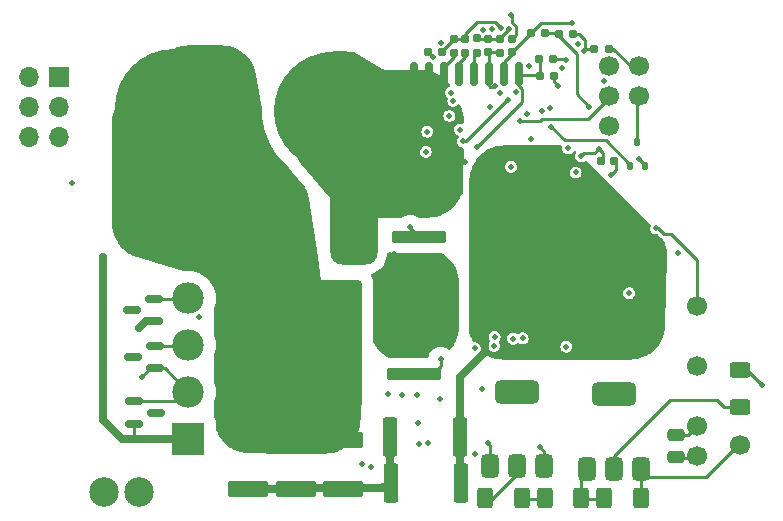
<source format=gtl>
G04 #@! TF.GenerationSoftware,KiCad,Pcbnew,8.0.0*
G04 #@! TF.CreationDate,2024-04-27T08:46:39-07:00*
G04 #@! TF.ProjectId,module controller,6d6f6475-6c65-4206-936f-6e74726f6c6c,rev?*
G04 #@! TF.SameCoordinates,Original*
G04 #@! TF.FileFunction,Copper,L1,Top*
G04 #@! TF.FilePolarity,Positive*
%FSLAX46Y46*%
G04 Gerber Fmt 4.6, Leading zero omitted, Abs format (unit mm)*
G04 Created by KiCad (PCBNEW 8.0.0) date 2024-04-27 08:46:39*
%MOMM*%
%LPD*%
G01*
G04 APERTURE LIST*
G04 Aperture macros list*
%AMRoundRect*
0 Rectangle with rounded corners*
0 $1 Rounding radius*
0 $2 $3 $4 $5 $6 $7 $8 $9 X,Y pos of 4 corners*
0 Add a 4 corners polygon primitive as box body*
4,1,4,$2,$3,$4,$5,$6,$7,$8,$9,$2,$3,0*
0 Add four circle primitives for the rounded corners*
1,1,$1+$1,$2,$3*
1,1,$1+$1,$4,$5*
1,1,$1+$1,$6,$7*
1,1,$1+$1,$8,$9*
0 Add four rect primitives between the rounded corners*
20,1,$1+$1,$2,$3,$4,$5,0*
20,1,$1+$1,$4,$5,$6,$7,0*
20,1,$1+$1,$6,$7,$8,$9,0*
20,1,$1+$1,$8,$9,$2,$3,0*%
G04 Aperture macros list end*
G04 #@! TA.AperFunction,SMDPad,CuDef*
%ADD10RoundRect,0.150000X0.587500X0.150000X-0.587500X0.150000X-0.587500X-0.150000X0.587500X-0.150000X0*%
G04 #@! TD*
G04 #@! TA.AperFunction,SMDPad,CuDef*
%ADD11RoundRect,0.155000X-0.155000X0.212500X-0.155000X-0.212500X0.155000X-0.212500X0.155000X0.212500X0*%
G04 #@! TD*
G04 #@! TA.AperFunction,ComponentPad*
%ADD12C,1.700000*%
G04 #@! TD*
G04 #@! TA.AperFunction,SMDPad,CuDef*
%ADD13RoundRect,0.250000X0.475000X-0.250000X0.475000X0.250000X-0.475000X0.250000X-0.475000X-0.250000X0*%
G04 #@! TD*
G04 #@! TA.AperFunction,SMDPad,CuDef*
%ADD14RoundRect,0.160000X0.160000X-0.197500X0.160000X0.197500X-0.160000X0.197500X-0.160000X-0.197500X0*%
G04 #@! TD*
G04 #@! TA.AperFunction,SMDPad,CuDef*
%ADD15RoundRect,0.150000X-0.587500X-0.150000X0.587500X-0.150000X0.587500X0.150000X-0.587500X0.150000X0*%
G04 #@! TD*
G04 #@! TA.AperFunction,ComponentPad*
%ADD16C,10.000000*%
G04 #@! TD*
G04 #@! TA.AperFunction,SMDPad,CuDef*
%ADD17RoundRect,0.250000X-0.362500X-1.425000X0.362500X-1.425000X0.362500X1.425000X-0.362500X1.425000X0*%
G04 #@! TD*
G04 #@! TA.AperFunction,SMDPad,CuDef*
%ADD18RoundRect,0.250000X-2.050000X-0.300000X2.050000X-0.300000X2.050000X0.300000X-2.050000X0.300000X0*%
G04 #@! TD*
G04 #@! TA.AperFunction,SMDPad,CuDef*
%ADD19RoundRect,0.250000X-2.025000X-2.375000X2.025000X-2.375000X2.025000X2.375000X-2.025000X2.375000X0*%
G04 #@! TD*
G04 #@! TA.AperFunction,SMDPad,CuDef*
%ADD20RoundRect,0.250002X-4.449998X-5.149998X4.449998X-5.149998X4.449998X5.149998X-4.449998X5.149998X0*%
G04 #@! TD*
G04 #@! TA.AperFunction,SMDPad,CuDef*
%ADD21RoundRect,0.250000X-0.625000X0.400000X-0.625000X-0.400000X0.625000X-0.400000X0.625000X0.400000X0*%
G04 #@! TD*
G04 #@! TA.AperFunction,SMDPad,CuDef*
%ADD22RoundRect,0.150000X0.150000X-0.875000X0.150000X0.875000X-0.150000X0.875000X-0.150000X-0.875000X0*%
G04 #@! TD*
G04 #@! TA.AperFunction,SMDPad,CuDef*
%ADD23RoundRect,0.160000X-0.160000X0.197500X-0.160000X-0.197500X0.160000X-0.197500X0.160000X0.197500X0*%
G04 #@! TD*
G04 #@! TA.AperFunction,SMDPad,CuDef*
%ADD24RoundRect,0.249999X1.450001X-0.450001X1.450001X0.450001X-1.450001X0.450001X-1.450001X-0.450001X0*%
G04 #@! TD*
G04 #@! TA.AperFunction,SMDPad,CuDef*
%ADD25RoundRect,0.250000X0.400000X0.625000X-0.400000X0.625000X-0.400000X-0.625000X0.400000X-0.625000X0*%
G04 #@! TD*
G04 #@! TA.AperFunction,SMDPad,CuDef*
%ADD26RoundRect,0.375000X0.375000X-0.625000X0.375000X0.625000X-0.375000X0.625000X-0.375000X-0.625000X0*%
G04 #@! TD*
G04 #@! TA.AperFunction,SMDPad,CuDef*
%ADD27RoundRect,0.500000X1.400000X-0.500000X1.400000X0.500000X-1.400000X0.500000X-1.400000X-0.500000X0*%
G04 #@! TD*
G04 #@! TA.AperFunction,SMDPad,CuDef*
%ADD28RoundRect,0.155000X0.155000X-0.212500X0.155000X0.212500X-0.155000X0.212500X-0.155000X-0.212500X0*%
G04 #@! TD*
G04 #@! TA.AperFunction,ComponentPad*
%ADD29C,2.500000*%
G04 #@! TD*
G04 #@! TA.AperFunction,SMDPad,CuDef*
%ADD30RoundRect,0.160000X0.197500X0.160000X-0.197500X0.160000X-0.197500X-0.160000X0.197500X-0.160000X0*%
G04 #@! TD*
G04 #@! TA.AperFunction,SMDPad,CuDef*
%ADD31RoundRect,0.112500X-0.112500X-0.237500X0.112500X-0.237500X0.112500X0.237500X-0.112500X0.237500X0*%
G04 #@! TD*
G04 #@! TA.AperFunction,SMDPad,CuDef*
%ADD32RoundRect,0.155000X-0.212500X-0.155000X0.212500X-0.155000X0.212500X0.155000X-0.212500X0.155000X0*%
G04 #@! TD*
G04 #@! TA.AperFunction,SMDPad,CuDef*
%ADD33RoundRect,0.250000X2.050000X0.300000X-2.050000X0.300000X-2.050000X-0.300000X2.050000X-0.300000X0*%
G04 #@! TD*
G04 #@! TA.AperFunction,SMDPad,CuDef*
%ADD34RoundRect,0.250000X2.025000X2.375000X-2.025000X2.375000X-2.025000X-2.375000X2.025000X-2.375000X0*%
G04 #@! TD*
G04 #@! TA.AperFunction,SMDPad,CuDef*
%ADD35RoundRect,0.250002X4.449998X5.149998X-4.449998X5.149998X-4.449998X-5.149998X4.449998X-5.149998X0*%
G04 #@! TD*
G04 #@! TA.AperFunction,SMDPad,CuDef*
%ADD36RoundRect,0.160000X-0.197500X-0.160000X0.197500X-0.160000X0.197500X0.160000X-0.197500X0.160000X0*%
G04 #@! TD*
G04 #@! TA.AperFunction,SMDPad,CuDef*
%ADD37RoundRect,1.000000X-1.000000X-2.600000X1.000000X-2.600000X1.000000X2.600000X-1.000000X2.600000X0*%
G04 #@! TD*
G04 #@! TA.AperFunction,ComponentPad*
%ADD38R,2.667000X2.667000*%
G04 #@! TD*
G04 #@! TA.AperFunction,ComponentPad*
%ADD39C,2.667000*%
G04 #@! TD*
G04 #@! TA.AperFunction,ComponentPad*
%ADD40R,1.700000X1.700000*%
G04 #@! TD*
G04 #@! TA.AperFunction,ComponentPad*
%ADD41O,1.700000X1.700000*%
G04 #@! TD*
G04 #@! TA.AperFunction,ViaPad*
%ADD42C,0.500000*%
G04 #@! TD*
G04 #@! TA.AperFunction,Conductor*
%ADD43C,0.254000*%
G04 #@! TD*
G04 #@! TA.AperFunction,Conductor*
%ADD44C,0.635000*%
G04 #@! TD*
G04 APERTURE END LIST*
D10*
X102567500Y-60042500D03*
X102567500Y-58142500D03*
X100692500Y-59092500D03*
D11*
X127980000Y-36172500D03*
X127980000Y-37307500D03*
D12*
X152200000Y-70500000D03*
D13*
X146790000Y-71560000D03*
X146790000Y-69660000D03*
D12*
X143660000Y-41010000D03*
D14*
X131850000Y-37317500D03*
X131850000Y-36122500D03*
D15*
X100852500Y-66837500D03*
X100852500Y-68737500D03*
X102727500Y-67787500D03*
D12*
X141120000Y-41010000D03*
D16*
X117750000Y-42250000D03*
D10*
X102647500Y-64032500D03*
X102647500Y-62132500D03*
X100772500Y-63082500D03*
D17*
X122547500Y-69860000D03*
X128472500Y-69860000D03*
D18*
X125040000Y-52910000D03*
D19*
X131765000Y-52675000D03*
X131765000Y-58225000D03*
D20*
X134190000Y-55450000D03*
D19*
X136615000Y-52675000D03*
X136615000Y-58225000D03*
D18*
X125040000Y-57990000D03*
D21*
X152220000Y-64180000D03*
X152220000Y-67280000D03*
D22*
X124610000Y-48430000D03*
X125880000Y-48430000D03*
X127150000Y-48430000D03*
X128420000Y-48430000D03*
X129690000Y-48430000D03*
X130960000Y-48430000D03*
X132230000Y-48430000D03*
X133500000Y-48430000D03*
X133500000Y-39130000D03*
X132230000Y-39130000D03*
X130960000Y-39130000D03*
X129690000Y-39130000D03*
X128420000Y-39130000D03*
X127150000Y-39130000D03*
X125880000Y-39130000D03*
X124610000Y-39130000D03*
D23*
X129930000Y-36102500D03*
X129930000Y-37297500D03*
D24*
X118610000Y-74230000D03*
X118610000Y-70130000D03*
D23*
X128920000Y-36112500D03*
X128920000Y-37307500D03*
D17*
X122627500Y-73730000D03*
X128552500Y-73730000D03*
D25*
X133730000Y-75000000D03*
X130630000Y-75000000D03*
D26*
X131027501Y-72320000D03*
X133327501Y-72320000D03*
X135627501Y-72320000D03*
D27*
X133327501Y-66020000D03*
D28*
X132890000Y-37277500D03*
X132890000Y-36142500D03*
D26*
X139220000Y-72530000D03*
X141520000Y-72530000D03*
X143820000Y-72530000D03*
D27*
X141520000Y-66230000D03*
D29*
X101330000Y-74520000D03*
X98330000Y-74520000D03*
D30*
X141067500Y-36980000D03*
X139872500Y-36980000D03*
D24*
X110560000Y-74240000D03*
X110560000Y-70140000D03*
D31*
X142860000Y-46900000D03*
X144160000Y-46900000D03*
X143510000Y-44900000D03*
D11*
X130890000Y-36152500D03*
X130890000Y-37287500D03*
D24*
X114590000Y-74240000D03*
X114590000Y-70140000D03*
D25*
X143820000Y-75030000D03*
X140720000Y-75030000D03*
D16*
X104250000Y-42000000D03*
D25*
X138760000Y-74990000D03*
X135660000Y-74990000D03*
D12*
X143660000Y-38470000D03*
D30*
X136367500Y-37870000D03*
X135172500Y-37870000D03*
D12*
X141120000Y-38470000D03*
D32*
X140422500Y-46510000D03*
X141557500Y-46510000D03*
D33*
X124560000Y-64500000D03*
D34*
X117835000Y-64735000D03*
X117835000Y-59185000D03*
D35*
X115410000Y-61960000D03*
D34*
X112985000Y-64735000D03*
X112985000Y-59185000D03*
D33*
X124560000Y-59420000D03*
D36*
X135232500Y-39280000D03*
X136427500Y-39280000D03*
X134532500Y-35680000D03*
X135727500Y-35680000D03*
D12*
X141130000Y-43550000D03*
D36*
X136882500Y-35710000D03*
X138077500Y-35710000D03*
D37*
X109020000Y-51680000D03*
X119520000Y-51680000D03*
D36*
X125802500Y-37270000D03*
X126997500Y-37270000D03*
D38*
X105500000Y-70000000D03*
D39*
X105500000Y-66038000D03*
X105500000Y-62075000D03*
X105500000Y-58113000D03*
D12*
X148558200Y-71480000D03*
X148558200Y-68940000D03*
X148558200Y-63860000D03*
X148558200Y-58780000D03*
D40*
X94512500Y-39395000D03*
D41*
X91972500Y-39395000D03*
X94512500Y-41935000D03*
X91972500Y-41935000D03*
X94512500Y-44475000D03*
X91972500Y-44475000D03*
D42*
X134350000Y-38430000D03*
X126235080Y-37668317D03*
X143610000Y-46290000D03*
X138969345Y-37127899D03*
X138282291Y-47449290D03*
X146920000Y-54230000D03*
X126828356Y-66638357D03*
X128950000Y-46590000D03*
X134481399Y-44581399D03*
X127400682Y-41972071D03*
X120924994Y-72425006D03*
X141277042Y-47684083D03*
X122419706Y-66206322D03*
X125450000Y-50990000D03*
X135250000Y-70720000D03*
X131413512Y-61369454D03*
X132832504Y-34102937D03*
X129730000Y-71260000D03*
X136810000Y-40110000D03*
X131454000Y-40148391D03*
X131387330Y-62119000D03*
X126844336Y-36492162D03*
X120220656Y-72167313D03*
X130900000Y-70380000D03*
X137933614Y-34801408D03*
X145080002Y-52190002D03*
X122882735Y-54382735D03*
X98290000Y-54570000D03*
X95630000Y-48310000D03*
X106430000Y-59720000D03*
X101560000Y-64740000D03*
X101350000Y-60600000D03*
X138753000Y-46072235D03*
X140241644Y-45428356D03*
X130330000Y-65800000D03*
X130459187Y-35398859D03*
X134175294Y-42480000D03*
X131175011Y-35298681D03*
X127730000Y-40700000D03*
X137156874Y-38567383D03*
X133800000Y-61492000D03*
X128497000Y-43823000D03*
X129752330Y-62327670D03*
X138440244Y-36585782D03*
X142810000Y-57660000D03*
X139450000Y-41895517D03*
X124999999Y-70436713D03*
X135428209Y-42258929D03*
X136126825Y-41986092D03*
X125761080Y-70317684D03*
X133000000Y-61520000D03*
X132820000Y-46970000D03*
X133549895Y-43097426D03*
X123593450Y-66264454D03*
X127595410Y-42666874D03*
X124959603Y-68646292D03*
X131000000Y-41927616D03*
X126860000Y-63250000D03*
X124273000Y-52070000D03*
X136217850Y-43557000D03*
X154030000Y-65400000D03*
X137645031Y-45410282D03*
X137469383Y-37902089D03*
X132655318Y-35329530D03*
X133191866Y-40593584D03*
X131927691Y-35235358D03*
X131913000Y-40692725D03*
X127925688Y-41391024D03*
X124888628Y-66328085D03*
X125730000Y-43990000D03*
X125580000Y-45710000D03*
X128728919Y-44824839D03*
X132540000Y-41280000D03*
X137500000Y-62200000D03*
X140667086Y-39688555D03*
X129946000Y-45296528D03*
D43*
X135627501Y-71097501D02*
X135250000Y-70720000D01*
X131402391Y-40200000D02*
X131454000Y-40148391D01*
X144210000Y-46910000D02*
X143610000Y-46310000D01*
X126235080Y-37668317D02*
X126200817Y-37668317D01*
X139067244Y-36227963D02*
X139067244Y-37030000D01*
X132890000Y-34160433D02*
X132890000Y-34748210D01*
X132832504Y-34102937D02*
X132890000Y-34160433D01*
X138077500Y-35710000D02*
X138549281Y-35710000D01*
X139117244Y-36980000D02*
X138969345Y-37127899D01*
X141737500Y-47223625D02*
X141737500Y-46660000D01*
X133232318Y-35090528D02*
X133232318Y-35800182D01*
X127980000Y-37675000D02*
X127150000Y-38505000D01*
X130960000Y-39130000D02*
X130960000Y-37357500D01*
X139067244Y-37030000D02*
X138969345Y-37127899D01*
X130890000Y-37287500D02*
X131820000Y-37287500D01*
X138549281Y-35710000D02*
X139067244Y-36227963D01*
X131020000Y-40200000D02*
X131402391Y-40200000D01*
X136427500Y-39727500D02*
X136810000Y-40110000D01*
X126200817Y-37668317D02*
X125802500Y-37270000D01*
X130960000Y-40140000D02*
X131020000Y-40200000D01*
X143610000Y-46310000D02*
X143610000Y-46290000D01*
X124760000Y-49260000D02*
X117750000Y-42250000D01*
X130960000Y-39130000D02*
X130960000Y-40140000D01*
X127980000Y-37307500D02*
X127980000Y-37675000D01*
X135627501Y-72320000D02*
X135627501Y-71097501D01*
X133232318Y-35800182D02*
X132890000Y-36142500D01*
X141277042Y-47684083D02*
X141737500Y-47223625D01*
X136357500Y-39210000D02*
X136427500Y-39280000D01*
X139872500Y-36980000D02*
X139117244Y-36980000D01*
X132890000Y-34748210D02*
X133232318Y-35090528D01*
X127965000Y-49260000D02*
X124760000Y-49260000D01*
X136427500Y-39280000D02*
X136427500Y-39727500D01*
X145760000Y-52670000D02*
X146370000Y-52670000D01*
X145080002Y-52190002D02*
X145280002Y-52190002D01*
X131027501Y-72320000D02*
X131027501Y-70507501D01*
X145280002Y-52190002D02*
X145760000Y-52670000D01*
X135366092Y-34801408D02*
X132890000Y-37277500D01*
X146370000Y-52670000D02*
X148558200Y-54858200D01*
X132230000Y-38105001D02*
X132890000Y-37445001D01*
X137933614Y-34801408D02*
X135366092Y-34801408D01*
X132230000Y-39130000D02*
X132230000Y-38105001D01*
X148558200Y-54858200D02*
X148558200Y-58780000D01*
X131027501Y-70507501D02*
X130900000Y-70380000D01*
X124560000Y-59420000D02*
X124560000Y-58470000D01*
X122900000Y-54400000D02*
X122882735Y-54382735D01*
X122900000Y-55972500D02*
X122900000Y-54400000D01*
X124560000Y-58470000D02*
X125040000Y-57990000D01*
X125040000Y-58112500D02*
X122900000Y-55972500D01*
D44*
X98290000Y-54570000D02*
X98290000Y-68380000D01*
D43*
X100852500Y-68737500D02*
X100852500Y-69912500D01*
X100940000Y-70000000D02*
X105500000Y-70000000D01*
D44*
X98290000Y-68380000D02*
X99910000Y-70000000D01*
D43*
X146400000Y-71610000D02*
X148428200Y-71610000D01*
X100852500Y-69912500D02*
X100940000Y-70000000D01*
D44*
X99910000Y-70000000D02*
X105500000Y-70000000D01*
D43*
X144547000Y-73257000D02*
X149294258Y-73257000D01*
X143830000Y-75100000D02*
X143830000Y-72540000D01*
X143820000Y-72530000D02*
X144547000Y-73257000D01*
X149294258Y-73257000D02*
X152051258Y-70500000D01*
X103494500Y-64032500D02*
X105500000Y-66038000D01*
D44*
X102567500Y-60042500D02*
X101907500Y-60042500D01*
D43*
X147788200Y-69710000D02*
X148558200Y-68940000D01*
X100852500Y-66837500D02*
X104700500Y-66837500D01*
X102647500Y-64032500D02*
X103494500Y-64032500D01*
D44*
X101907500Y-60042500D02*
X101350000Y-60600000D01*
D43*
X102267500Y-64032500D02*
X101560000Y-64740000D01*
X146400000Y-69710000D02*
X147788200Y-69710000D01*
X140602500Y-45789212D02*
X140241644Y-45428356D01*
X140241644Y-45428356D02*
X139870000Y-45800000D01*
X139025235Y-45800000D02*
X138753000Y-46072235D01*
X140602500Y-46660000D02*
X140602500Y-45789212D01*
X139870000Y-45800000D02*
X139025235Y-45800000D01*
X138360927Y-37410927D02*
X136630000Y-35680000D01*
X138360927Y-40806444D02*
X138360927Y-37410927D01*
X136630000Y-35680000D02*
X135727500Y-35680000D01*
X139450000Y-41895517D02*
X138360927Y-40806444D01*
X141120000Y-41112229D02*
X139302229Y-42930000D01*
X139302229Y-42930000D02*
X135416712Y-42930000D01*
X133559469Y-43107000D02*
X133549895Y-43097426D01*
X135239712Y-43107000D02*
X133559469Y-43107000D01*
X135416712Y-42930000D02*
X135239712Y-43107000D01*
X102647500Y-62132500D02*
X105442500Y-62132500D01*
X102567500Y-58142500D02*
X105470500Y-58142500D01*
X124273000Y-52143000D02*
X125040000Y-52910000D01*
X126860000Y-63870000D02*
X126230000Y-64500000D01*
X124273000Y-52070000D02*
X124273000Y-52143000D01*
X126860000Y-63250000D02*
X126860000Y-63870000D01*
X137387850Y-44727000D02*
X136217850Y-43557000D01*
X140857948Y-44727000D02*
X137387850Y-44727000D01*
X142910000Y-46779052D02*
X140857948Y-44727000D01*
D44*
X130569830Y-62666290D02*
X130569830Y-61989050D01*
X128472500Y-69860000D02*
X128472500Y-64763620D01*
X128472500Y-69860000D02*
X128472500Y-73650000D01*
D43*
X133500000Y-48430000D02*
X133500000Y-49715000D01*
D44*
X130569830Y-61989050D02*
X130420000Y-61839220D01*
X130420000Y-61839220D02*
X130420000Y-59570000D01*
D43*
X133500000Y-49715000D02*
X136805000Y-53020000D01*
D44*
X128472500Y-64763620D02*
X130569830Y-62666290D01*
D43*
X141480000Y-36980000D02*
X142970000Y-38470000D01*
X141067500Y-36980000D02*
X141480000Y-36980000D01*
X129690000Y-37537500D02*
X129930000Y-37297500D01*
X129690000Y-39130000D02*
X129690000Y-37537500D01*
X128420000Y-39130000D02*
X128420000Y-38140000D01*
X128420000Y-38140000D02*
X128920000Y-37640000D01*
X128920000Y-37640000D02*
X128920000Y-37307500D01*
X143510000Y-44860000D02*
X143510000Y-41160000D01*
X152810000Y-64180000D02*
X154030000Y-65400000D01*
X133740000Y-75080000D02*
X135640000Y-75080000D01*
X137469383Y-37902089D02*
X137437294Y-37870000D01*
X137437294Y-37870000D02*
X136367500Y-37870000D01*
X130890000Y-36152500D02*
X131820000Y-36152500D01*
X132649522Y-35329530D02*
X132655318Y-35329530D01*
X131983252Y-35995800D02*
X132649522Y-35329530D01*
X130890000Y-36152500D02*
X129980000Y-36152500D01*
X129953320Y-34721681D02*
X128920000Y-35755001D01*
X126997500Y-37155000D02*
X127980000Y-36172500D01*
X127980000Y-36172500D02*
X128860000Y-36172500D01*
X131414013Y-34721681D02*
X129953320Y-34721681D01*
X128920000Y-35755001D02*
X128920000Y-36112500D01*
X131927691Y-35235358D02*
X131414013Y-34721681D01*
X150250000Y-66680000D02*
X150850000Y-67280000D01*
X146260000Y-66680000D02*
X150250000Y-66680000D01*
X141520000Y-72530000D02*
X141520000Y-71420000D01*
X150850000Y-67280000D02*
X152220000Y-67280000D01*
X141520000Y-71420000D02*
X146260000Y-66680000D01*
X138750000Y-75070000D02*
X138750000Y-73000000D01*
X140730000Y-75100000D02*
X138780000Y-75100000D01*
X131220000Y-75080000D02*
X133327501Y-72972499D01*
X130640000Y-75080000D02*
X131220000Y-75080000D01*
X128728919Y-44824839D02*
X129015161Y-44824839D01*
X132490000Y-41350000D02*
X132490000Y-41330000D01*
X129015161Y-44824839D02*
X132490000Y-41350000D01*
X132490000Y-41330000D02*
X132540000Y-41280000D01*
X133768866Y-40354582D02*
X133768866Y-41473662D01*
X133500000Y-39130000D02*
X133500000Y-40085716D01*
X133530000Y-39160000D02*
X135180000Y-39160000D01*
X133768866Y-41473662D02*
X129946000Y-45296528D01*
X133500000Y-40085716D02*
X133768866Y-40354582D01*
X135232500Y-39280000D02*
X135232500Y-37930000D01*
D44*
X122450000Y-74100000D02*
X122000000Y-74100000D01*
X122547500Y-69860000D02*
X122547500Y-73650000D01*
X122000000Y-74100000D02*
X121940000Y-74160000D01*
X114590000Y-74240000D02*
X110740000Y-74240000D01*
X118620000Y-74160000D02*
X114670000Y-74160000D01*
X121940000Y-74160000D02*
X118620000Y-74160000D01*
G04 #@! TA.AperFunction,Conductor*
G36*
X122581783Y-54183466D02*
G01*
X122586039Y-54185228D01*
X122586046Y-54185232D01*
X122784066Y-54245300D01*
X122784065Y-54245300D01*
X122822647Y-54249100D01*
X122938392Y-54260500D01*
X122938395Y-54260500D01*
X126870113Y-54260500D01*
X126930106Y-54275979D01*
X127011261Y-54320843D01*
X127023063Y-54328264D01*
X127286746Y-54515529D01*
X127297643Y-54524229D01*
X127538627Y-54739908D01*
X127548479Y-54749778D01*
X127763721Y-54991151D01*
X127772402Y-55002064D01*
X127959185Y-55266084D01*
X127966585Y-55277902D01*
X128122537Y-55561212D01*
X128128565Y-55573787D01*
X128251728Y-55872833D01*
X128256305Y-55886006D01*
X128345109Y-56196978D01*
X128348178Y-56210580D01*
X128401506Y-56529565D01*
X128403028Y-56543427D01*
X128420388Y-56869869D01*
X128420562Y-56876842D01*
X128409353Y-60459841D01*
X128409138Y-60466773D01*
X128389948Y-60791283D01*
X128388356Y-60805058D01*
X128333649Y-61121944D01*
X128330530Y-61135455D01*
X128240783Y-61444263D01*
X128236175Y-61457341D01*
X128112511Y-61754198D01*
X128106472Y-61766679D01*
X127950437Y-62047874D01*
X127943041Y-62059604D01*
X127756590Y-62321614D01*
X127747931Y-62332445D01*
X127678867Y-62409562D01*
X127619479Y-62446369D01*
X127549619Y-62445225D01*
X127507831Y-62422689D01*
X127446453Y-62372317D01*
X127446451Y-62372316D01*
X127446450Y-62372315D01*
X127263954Y-62274768D01*
X127065934Y-62214700D01*
X127065932Y-62214699D01*
X127065934Y-62214699D01*
X126860000Y-62194417D01*
X126654067Y-62214699D01*
X126456043Y-62274769D01*
X126372660Y-62319339D01*
X126273550Y-62372315D01*
X126273548Y-62372316D01*
X126273547Y-62372317D01*
X126113589Y-62503589D01*
X125982317Y-62663547D01*
X125884769Y-62846043D01*
X125824700Y-63044066D01*
X125823582Y-63049689D01*
X125791198Y-63111601D01*
X125730482Y-63146176D01*
X125701964Y-63149500D01*
X122529616Y-63149500D01*
X122469660Y-63134041D01*
X122316956Y-63049689D01*
X122226542Y-62999745D01*
X122214742Y-62992332D01*
X121951163Y-62805306D01*
X121940279Y-62796625D01*
X121699332Y-62581187D01*
X121689487Y-62571333D01*
X121474251Y-62330240D01*
X121465569Y-62319339D01*
X121278748Y-62055620D01*
X121271344Y-62043815D01*
X121125913Y-61780061D01*
X121110500Y-61720187D01*
X121110500Y-56745779D01*
X121110500Y-56745772D01*
X121100097Y-56613590D01*
X121082417Y-56543427D01*
X121045098Y-56395322D01*
X121045097Y-56395319D01*
X121031880Y-56366221D01*
X120952008Y-56190374D01*
X120952007Y-56190373D01*
X120949705Y-56185304D01*
X120950918Y-56184752D01*
X120936438Y-56123042D01*
X120959786Y-56057189D01*
X121015031Y-56014413D01*
X121019214Y-56012862D01*
X121242025Y-55934898D01*
X121480610Y-55808802D01*
X121697737Y-55648555D01*
X121888555Y-55457737D01*
X122048802Y-55240610D01*
X122174898Y-55002025D01*
X122264026Y-54747310D01*
X122314196Y-54482157D01*
X122320500Y-54369905D01*
X122320499Y-54347701D01*
X122340181Y-54280665D01*
X122384492Y-54239187D01*
X122474326Y-54189511D01*
X122542519Y-54174298D01*
X122581783Y-54183466D01*
G37*
G04 #@! TD.AperFunction*
G04 #@! TA.AperFunction,Conductor*
G36*
X136571279Y-45122224D02*
G01*
X136895440Y-45138649D01*
X136909173Y-45140117D01*
X137048090Y-45162868D01*
X137111064Y-45193128D01*
X137147683Y-45252633D01*
X137150784Y-45302883D01*
X137135343Y-45410281D01*
X137155988Y-45553877D01*
X137155989Y-45553881D01*
X137209978Y-45672098D01*
X137216254Y-45685840D01*
X137311256Y-45795478D01*
X137359326Y-45826371D01*
X137433300Y-45873912D01*
X137572492Y-45914781D01*
X137572494Y-45914782D01*
X137572495Y-45914782D01*
X137717568Y-45914782D01*
X137717568Y-45914781D01*
X137856760Y-45873912D01*
X137856761Y-45873912D01*
X137856763Y-45873911D01*
X137978806Y-45795478D01*
X138073808Y-45685840D01*
X138073811Y-45685832D01*
X138078600Y-45678382D01*
X138080076Y-45679331D01*
X138118857Y-45634571D01*
X138185895Y-45614883D01*
X138252936Y-45634564D01*
X138256853Y-45637188D01*
X138278387Y-45652212D01*
X138322105Y-45706715D01*
X138329415Y-45776201D01*
X138320230Y-45805418D01*
X138263959Y-45928632D01*
X138263957Y-45928639D01*
X138243312Y-46072235D01*
X138263957Y-46215830D01*
X138263958Y-46215834D01*
X138308992Y-46314442D01*
X138324223Y-46347793D01*
X138419225Y-46457431D01*
X138477093Y-46494621D01*
X138541269Y-46535865D01*
X138680461Y-46576734D01*
X138680463Y-46576735D01*
X138680464Y-46576735D01*
X138825537Y-46576735D01*
X138825537Y-46576734D01*
X138964732Y-46535864D01*
X139053610Y-46478744D01*
X139120646Y-46459061D01*
X139187685Y-46478745D01*
X139207563Y-46494621D01*
X140490534Y-47755547D01*
X144611221Y-51805428D01*
X144645236Y-51866459D01*
X144640856Y-51936191D01*
X144637098Y-51945377D01*
X144590960Y-52046405D01*
X144590959Y-52046406D01*
X144570314Y-52190002D01*
X144590959Y-52333597D01*
X144590960Y-52333601D01*
X144651224Y-52465558D01*
X144651225Y-52465560D01*
X144746227Y-52575198D01*
X144824661Y-52625604D01*
X144868271Y-52653632D01*
X144987375Y-52688602D01*
X145006604Y-52694249D01*
X145007463Y-52694501D01*
X145007465Y-52694502D01*
X145007466Y-52694502D01*
X145152535Y-52694502D01*
X145152538Y-52694502D01*
X145153396Y-52694249D01*
X145154292Y-52694249D01*
X145161317Y-52693240D01*
X145161462Y-52694249D01*
X145223263Y-52694244D01*
X145276020Y-52725543D01*
X145525753Y-52975276D01*
X145612747Y-53025502D01*
X145619786Y-53029566D01*
X145618869Y-53031153D01*
X145665318Y-53068577D01*
X145672148Y-53079601D01*
X145696883Y-53124626D01*
X145703095Y-53137686D01*
X145829252Y-53448424D01*
X145833896Y-53462099D01*
X145923027Y-53785445D01*
X145926047Y-53799572D01*
X145976923Y-54131076D01*
X145978279Y-54145473D01*
X145990344Y-54484247D01*
X145990391Y-54491480D01*
X145856780Y-60364548D01*
X145856392Y-60371920D01*
X145827958Y-60716688D01*
X145825872Y-60731297D01*
X145757421Y-61066623D01*
X145753615Y-61080881D01*
X145645807Y-61405715D01*
X145640333Y-61419419D01*
X145494703Y-61729136D01*
X145487640Y-61742094D01*
X145306246Y-62032317D01*
X145297694Y-62044343D01*
X145083107Y-62310962D01*
X145073186Y-62321888D01*
X144828442Y-62561127D01*
X144817294Y-62570796D01*
X144545867Y-62779261D01*
X144533649Y-62787538D01*
X144239371Y-62962286D01*
X144226257Y-62969052D01*
X143913310Y-63107600D01*
X143899484Y-63112761D01*
X143572285Y-63213153D01*
X143557944Y-63216634D01*
X143221145Y-63277441D01*
X143206493Y-63279194D01*
X142861164Y-63299780D01*
X142853785Y-63300000D01*
X132196739Y-63300000D01*
X132189752Y-63299803D01*
X132189344Y-63299780D01*
X132176504Y-63299055D01*
X131862694Y-63281345D01*
X131848809Y-63279773D01*
X131529349Y-63225223D01*
X131515729Y-63222098D01*
X131204446Y-63131954D01*
X131191264Y-63127317D01*
X130892098Y-63002721D01*
X130879522Y-62996631D01*
X130596264Y-62839162D01*
X130584452Y-62831694D01*
X130320723Y-62643363D01*
X130309828Y-62634616D01*
X130275753Y-62603945D01*
X130239095Y-62544464D01*
X130239735Y-62476838D01*
X130241367Y-62471274D01*
X130241372Y-62471266D01*
X130262018Y-62327670D01*
X130241372Y-62184074D01*
X130241371Y-62184070D01*
X130211653Y-62119000D01*
X130877642Y-62119000D01*
X130898287Y-62262595D01*
X130898288Y-62262599D01*
X130958552Y-62394556D01*
X130958553Y-62394558D01*
X131053555Y-62504196D01*
X131116213Y-62544464D01*
X131175599Y-62582630D01*
X131314791Y-62623499D01*
X131314793Y-62623500D01*
X131314794Y-62623500D01*
X131459867Y-62623500D01*
X131459867Y-62623499D01*
X131567882Y-62591783D01*
X131599059Y-62582630D01*
X131599060Y-62582630D01*
X131632519Y-62561127D01*
X131721105Y-62504196D01*
X131816107Y-62394558D01*
X131876372Y-62262596D01*
X131885372Y-62200000D01*
X136990312Y-62200000D01*
X137010957Y-62343595D01*
X137010958Y-62343599D01*
X137071222Y-62475556D01*
X137071223Y-62475558D01*
X137166225Y-62585196D01*
X137195399Y-62603945D01*
X137288269Y-62663630D01*
X137427461Y-62704499D01*
X137427463Y-62704500D01*
X137427464Y-62704500D01*
X137572537Y-62704500D01*
X137572537Y-62704499D01*
X137711729Y-62663630D01*
X137711730Y-62663630D01*
X137711732Y-62663629D01*
X137833775Y-62585196D01*
X137928777Y-62475558D01*
X137989042Y-62343596D01*
X138009688Y-62200000D01*
X137989042Y-62056404D01*
X137989041Y-62056400D01*
X137943020Y-61955630D01*
X137928777Y-61924442D01*
X137833775Y-61814804D01*
X137774917Y-61776978D01*
X137711730Y-61736369D01*
X137572538Y-61695500D01*
X137572536Y-61695500D01*
X137427464Y-61695500D01*
X137427461Y-61695500D01*
X137288270Y-61736369D01*
X137288269Y-61736369D01*
X137166226Y-61814803D01*
X137071223Y-61924442D01*
X137071222Y-61924443D01*
X137010958Y-62056400D01*
X137010957Y-62056404D01*
X136990312Y-62200000D01*
X131885372Y-62200000D01*
X131897018Y-62119000D01*
X131876372Y-61975404D01*
X131876371Y-61975400D01*
X131831522Y-61877196D01*
X131816107Y-61843442D01*
X131813587Y-61840534D01*
X131811990Y-61837037D01*
X131811312Y-61835981D01*
X131811463Y-61835883D01*
X131784565Y-61776978D01*
X131794510Y-61707820D01*
X131813587Y-61678134D01*
X131842289Y-61645012D01*
X131899380Y-61520000D01*
X132490312Y-61520000D01*
X132510957Y-61663595D01*
X132510958Y-61663599D01*
X132562738Y-61776978D01*
X132571223Y-61795558D01*
X132666225Y-61905196D01*
X132696174Y-61924443D01*
X132788269Y-61983630D01*
X132927461Y-62024499D01*
X132927463Y-62024500D01*
X132927464Y-62024500D01*
X133072537Y-62024500D01*
X133072537Y-62024499D01*
X133211729Y-61983630D01*
X133211730Y-61983630D01*
X133211732Y-61983629D01*
X133333775Y-61905196D01*
X133333782Y-61905187D01*
X133338569Y-61901040D01*
X133402122Y-61872010D01*
X133471282Y-61881947D01*
X133486812Y-61890426D01*
X133567799Y-61942474D01*
X133588270Y-61955630D01*
X133727461Y-61996499D01*
X133727463Y-61996500D01*
X133727464Y-61996500D01*
X133872537Y-61996500D01*
X133872537Y-61996499D01*
X134011729Y-61955630D01*
X134011730Y-61955630D01*
X134032201Y-61942474D01*
X134133775Y-61877196D01*
X134228777Y-61767558D01*
X134273760Y-61669060D01*
X134289041Y-61635599D01*
X134289042Y-61635595D01*
X134295184Y-61592878D01*
X134309688Y-61492000D01*
X134289042Y-61348404D01*
X134289041Y-61348400D01*
X134250220Y-61263397D01*
X134228777Y-61216442D01*
X134133775Y-61106804D01*
X134071253Y-61066623D01*
X134011730Y-61028369D01*
X133872538Y-60987500D01*
X133872536Y-60987500D01*
X133727464Y-60987500D01*
X133727461Y-60987500D01*
X133588270Y-61028369D01*
X133588269Y-61028369D01*
X133466218Y-61106807D01*
X133461412Y-61110972D01*
X133397854Y-61139991D01*
X133328696Y-61130042D01*
X133313178Y-61121567D01*
X133211730Y-61056369D01*
X133072538Y-61015500D01*
X133072536Y-61015500D01*
X132927464Y-61015500D01*
X132927461Y-61015500D01*
X132788270Y-61056369D01*
X132788269Y-61056369D01*
X132666226Y-61134803D01*
X132666225Y-61134803D01*
X132666225Y-61134804D01*
X132612132Y-61197231D01*
X132571223Y-61244442D01*
X132571222Y-61244443D01*
X132510958Y-61376400D01*
X132510957Y-61376404D01*
X132490312Y-61520000D01*
X131899380Y-61520000D01*
X131902554Y-61513050D01*
X131923200Y-61369454D01*
X131902554Y-61225858D01*
X131902553Y-61225854D01*
X131842289Y-61093897D01*
X131842289Y-61093896D01*
X131747287Y-60984258D01*
X131680433Y-60941293D01*
X131625242Y-60905823D01*
X131486050Y-60864954D01*
X131486048Y-60864954D01*
X131340976Y-60864954D01*
X131340973Y-60864954D01*
X131201782Y-60905823D01*
X131201781Y-60905823D01*
X131079738Y-60984257D01*
X130984735Y-61093896D01*
X130984734Y-61093897D01*
X130924470Y-61225854D01*
X130924469Y-61225858D01*
X130903824Y-61369454D01*
X130924469Y-61513049D01*
X130924470Y-61513053D01*
X130984734Y-61645010D01*
X130984737Y-61645016D01*
X130987253Y-61647919D01*
X130988847Y-61651411D01*
X130989530Y-61652473D01*
X130989377Y-61652571D01*
X131016276Y-61711476D01*
X131006331Y-61780634D01*
X130987252Y-61810321D01*
X130958553Y-61843441D01*
X130958552Y-61843443D01*
X130898288Y-61975400D01*
X130898287Y-61975404D01*
X130877642Y-62119000D01*
X130211653Y-62119000D01*
X130202550Y-62099067D01*
X130181107Y-62052112D01*
X130086105Y-61942474D01*
X130021633Y-61901040D01*
X129964060Y-61864039D01*
X129824868Y-61823170D01*
X129824866Y-61823170D01*
X129685849Y-61823170D01*
X129618810Y-61803485D01*
X129577009Y-61758582D01*
X129486557Y-61592878D01*
X129480563Y-61580255D01*
X129358275Y-61280125D01*
X129353740Y-61266907D01*
X129342194Y-61225854D01*
X129266000Y-60954933D01*
X129262982Y-60941293D01*
X129227610Y-60724055D01*
X129210898Y-60621418D01*
X129209435Y-60607551D01*
X129208985Y-60598300D01*
X129209053Y-60584993D01*
X129213233Y-60514323D01*
X129214251Y-60491744D01*
X129214466Y-60484812D01*
X129214849Y-60462361D01*
X129222038Y-58164499D01*
X129223616Y-57660000D01*
X142300312Y-57660000D01*
X142320957Y-57803595D01*
X142320958Y-57803599D01*
X142376776Y-57925820D01*
X142381223Y-57935558D01*
X142476225Y-58045196D01*
X142554659Y-58095602D01*
X142598269Y-58123630D01*
X142737461Y-58164499D01*
X142737463Y-58164500D01*
X142737464Y-58164500D01*
X142882537Y-58164500D01*
X142882537Y-58164499D01*
X143021729Y-58123630D01*
X143021730Y-58123630D01*
X143028925Y-58119006D01*
X143143775Y-58045196D01*
X143238777Y-57935558D01*
X143299042Y-57803596D01*
X143319688Y-57660000D01*
X143299042Y-57516404D01*
X143299041Y-57516400D01*
X143238777Y-57384443D01*
X143238777Y-57384442D01*
X143143775Y-57274804D01*
X143108950Y-57252423D01*
X143021730Y-57196369D01*
X142882538Y-57155500D01*
X142882536Y-57155500D01*
X142737464Y-57155500D01*
X142737461Y-57155500D01*
X142598270Y-57196369D01*
X142598269Y-57196369D01*
X142476226Y-57274803D01*
X142381223Y-57384442D01*
X142381222Y-57384443D01*
X142320958Y-57516400D01*
X142320957Y-57516404D01*
X142300312Y-57660000D01*
X129223616Y-57660000D01*
X129226058Y-56879418D01*
X129226057Y-56879405D01*
X129226058Y-56879362D01*
X129225811Y-56856748D01*
X129225637Y-56849775D01*
X129224751Y-56827093D01*
X129220762Y-56752087D01*
X129220592Y-56744614D01*
X129248482Y-53130969D01*
X129287116Y-48125023D01*
X129287396Y-48117611D01*
X129310924Y-47770277D01*
X129312813Y-47755547D01*
X129343669Y-47592889D01*
X129377003Y-47417162D01*
X129380633Y-47402787D01*
X129484822Y-47074486D01*
X129490153Y-47060630D01*
X129524277Y-46985659D01*
X129531404Y-46970000D01*
X132310312Y-46970000D01*
X132330957Y-47113595D01*
X132330958Y-47113599D01*
X132361093Y-47179583D01*
X132391223Y-47245558D01*
X132486225Y-47355196D01*
X132560277Y-47402787D01*
X132608269Y-47433630D01*
X132747461Y-47474499D01*
X132747463Y-47474500D01*
X132747464Y-47474500D01*
X132892537Y-47474500D01*
X132892537Y-47474499D01*
X132978394Y-47449290D01*
X137772603Y-47449290D01*
X137793248Y-47592885D01*
X137793249Y-47592889D01*
X137834897Y-47684083D01*
X137853514Y-47724848D01*
X137948516Y-47834486D01*
X138026950Y-47884892D01*
X138070560Y-47912920D01*
X138209752Y-47953789D01*
X138209754Y-47953790D01*
X138209755Y-47953790D01*
X138354828Y-47953790D01*
X138354828Y-47953789D01*
X138494020Y-47912920D01*
X138494021Y-47912920D01*
X138494023Y-47912919D01*
X138616066Y-47834486D01*
X138711068Y-47724848D01*
X138771333Y-47592886D01*
X138791979Y-47449290D01*
X138771333Y-47305694D01*
X138771332Y-47305690D01*
X138711068Y-47173733D01*
X138711068Y-47173732D01*
X138616066Y-47064094D01*
X138581241Y-47041713D01*
X138494021Y-46985659D01*
X138354829Y-46944790D01*
X138354827Y-46944790D01*
X138209755Y-46944790D01*
X138209752Y-46944790D01*
X138070561Y-46985659D01*
X138070560Y-46985659D01*
X137948517Y-47064093D01*
X137853514Y-47173732D01*
X137853513Y-47173733D01*
X137793249Y-47305690D01*
X137793248Y-47305694D01*
X137772603Y-47449290D01*
X132978394Y-47449290D01*
X133031729Y-47433630D01*
X133031730Y-47433630D01*
X133039798Y-47428445D01*
X133153775Y-47355196D01*
X133248777Y-47245558D01*
X133309042Y-47113596D01*
X133329688Y-46970000D01*
X133309042Y-46826404D01*
X133309041Y-46826400D01*
X133248777Y-46694443D01*
X133248777Y-46694442D01*
X133153775Y-46584804D01*
X133118950Y-46562423D01*
X133031730Y-46506369D01*
X132892538Y-46465500D01*
X132892536Y-46465500D01*
X132747464Y-46465500D01*
X132747461Y-46465500D01*
X132608270Y-46506369D01*
X132608269Y-46506369D01*
X132486226Y-46584803D01*
X132391223Y-46694442D01*
X132391222Y-46694443D01*
X132330958Y-46826400D01*
X132330957Y-46826404D01*
X132310312Y-46970000D01*
X129531404Y-46970000D01*
X129632833Y-46747160D01*
X129639772Y-46734056D01*
X129818918Y-46439866D01*
X129827373Y-46427689D01*
X130040402Y-46157029D01*
X130050252Y-46145950D01*
X130294102Y-45902707D01*
X130305210Y-45892881D01*
X130576399Y-45680526D01*
X130588602Y-45672098D01*
X130883230Y-45493689D01*
X130896340Y-45486788D01*
X131210195Y-45344874D01*
X131224040Y-45339588D01*
X131552587Y-45236221D01*
X131566991Y-45232620D01*
X131905542Y-45169271D01*
X131920260Y-45167421D01*
X132267670Y-45144755D01*
X132275074Y-45144495D01*
X134003419Y-45135458D01*
X136461643Y-45122605D01*
X136564365Y-45122068D01*
X136571279Y-45122224D01*
G37*
G04 #@! TD.AperFunction*
G04 #@! TA.AperFunction,Conductor*
G36*
X118772209Y-37190216D02*
G01*
X118864148Y-37195645D01*
X119114369Y-37210423D01*
X119128881Y-37212143D01*
X119434915Y-37266875D01*
X119475083Y-37281551D01*
X121897053Y-38679876D01*
X121955392Y-38713558D01*
X121959320Y-38715826D01*
X122100000Y-38810000D01*
X124493735Y-38786393D01*
X125197948Y-38779448D01*
X125205111Y-38779585D01*
X125542170Y-38795848D01*
X125556463Y-38797373D01*
X125885791Y-38851991D01*
X125899820Y-38855163D01*
X126220606Y-38947578D01*
X126234162Y-38952352D01*
X126542065Y-39081313D01*
X126554995Y-39087633D01*
X126845888Y-39251411D01*
X126857995Y-39259186D01*
X127127938Y-39455561D01*
X127139066Y-39464690D01*
X127384426Y-39691015D01*
X127394422Y-39701371D01*
X127611917Y-39954620D01*
X127620636Y-39966052D01*
X127661100Y-40026039D01*
X127682270Y-40092623D01*
X127664082Y-40160084D01*
X127612308Y-40207002D01*
X127593236Y-40214358D01*
X127518269Y-40236370D01*
X127396226Y-40314803D01*
X127301223Y-40424442D01*
X127301222Y-40424443D01*
X127240958Y-40556400D01*
X127240957Y-40556404D01*
X127220312Y-40700000D01*
X127240957Y-40843595D01*
X127240958Y-40843599D01*
X127289064Y-40948934D01*
X127301223Y-40975558D01*
X127396225Y-41085196D01*
X127396227Y-41085197D01*
X127402930Y-41091006D01*
X127401681Y-41092446D01*
X127440117Y-41136803D01*
X127450060Y-41205961D01*
X127440120Y-41239818D01*
X127436647Y-41247422D01*
X127436645Y-41247428D01*
X127416000Y-41391024D01*
X127436645Y-41534619D01*
X127436646Y-41534623D01*
X127496910Y-41666580D01*
X127496911Y-41666582D01*
X127591913Y-41776220D01*
X127670347Y-41826626D01*
X127713957Y-41854654D01*
X127853149Y-41895523D01*
X127853151Y-41895524D01*
X127853152Y-41895524D01*
X127998225Y-41895524D01*
X127998225Y-41895523D01*
X128137417Y-41854654D01*
X128137418Y-41854654D01*
X128151035Y-41845903D01*
X128259463Y-41776220D01*
X128300036Y-41729395D01*
X128358814Y-41691621D01*
X128428683Y-41691621D01*
X128487462Y-41729395D01*
X128507011Y-41760123D01*
X128545239Y-41845903D01*
X128547759Y-41851987D01*
X128658252Y-42140177D01*
X128662306Y-42152703D01*
X128740773Y-42447796D01*
X128743476Y-42460681D01*
X128790213Y-42762426D01*
X128791535Y-42775526D01*
X128806171Y-43083835D01*
X128806308Y-43090419D01*
X128805556Y-43222861D01*
X128785491Y-43289788D01*
X128732428Y-43335242D01*
X128663214Y-43344793D01*
X128646624Y-43341134D01*
X128569538Y-43318500D01*
X128569536Y-43318500D01*
X128424464Y-43318500D01*
X128424461Y-43318500D01*
X128285270Y-43359369D01*
X128285269Y-43359369D01*
X128163226Y-43437803D01*
X128068223Y-43547442D01*
X128068222Y-43547443D01*
X128007958Y-43679400D01*
X128007957Y-43679404D01*
X127987312Y-43823000D01*
X128007957Y-43966595D01*
X128007958Y-43966599D01*
X128068222Y-44098556D01*
X128068223Y-44098558D01*
X128163225Y-44208196D01*
X128252478Y-44265556D01*
X128285268Y-44286629D01*
X128293418Y-44289022D01*
X128352197Y-44326795D01*
X128381223Y-44390350D01*
X128371282Y-44459509D01*
X128352200Y-44489202D01*
X128300142Y-44549281D01*
X128300141Y-44549282D01*
X128239877Y-44681239D01*
X128239876Y-44681243D01*
X128219231Y-44824839D01*
X128239876Y-44968434D01*
X128239877Y-44968438D01*
X128296330Y-45092050D01*
X128300142Y-45100397D01*
X128395144Y-45210035D01*
X128457853Y-45250336D01*
X128517188Y-45288469D01*
X128656380Y-45329338D01*
X128656382Y-45329339D01*
X128668896Y-45329339D01*
X128735935Y-45349024D01*
X128781690Y-45401828D01*
X128792894Y-45454043D01*
X128776863Y-48278681D01*
X128776631Y-48285585D01*
X128756768Y-48608714D01*
X128755155Y-48622430D01*
X128700075Y-48937957D01*
X128696946Y-48951408D01*
X128607124Y-49258845D01*
X128602519Y-49271865D01*
X128479066Y-49567407D01*
X128473041Y-49579834D01*
X128317489Y-49859814D01*
X128310120Y-49871494D01*
X128124398Y-50132441D01*
X128115776Y-50143229D01*
X127902192Y-50381902D01*
X127892424Y-50391665D01*
X127653610Y-50605118D01*
X127642816Y-50613733D01*
X127381766Y-50799292D01*
X127370082Y-50806654D01*
X127090004Y-50962041D01*
X127077573Y-50968058D01*
X126781964Y-51091331D01*
X126768942Y-51095929D01*
X126461445Y-51185570D01*
X126447991Y-51188691D01*
X126132435Y-51243581D01*
X126118718Y-51245186D01*
X125795560Y-51264855D01*
X125788656Y-51265082D01*
X124998007Y-51269095D01*
X124930869Y-51249751D01*
X124918714Y-51240951D01*
X124859452Y-51192317D01*
X124859453Y-51192317D01*
X124859450Y-51192315D01*
X124676954Y-51094768D01*
X124478934Y-51034700D01*
X124478932Y-51034699D01*
X124478934Y-51034699D01*
X124273000Y-51014417D01*
X124067067Y-51034699D01*
X123869041Y-51094769D01*
X123686555Y-51192311D01*
X123618267Y-51248352D01*
X123553957Y-51275664D01*
X123540233Y-51276495D01*
X120623267Y-51291302D01*
X120310530Y-51292889D01*
X120303789Y-51292741D01*
X120269852Y-51291063D01*
X119987569Y-51277105D01*
X119974137Y-51275704D01*
X119664855Y-51226310D01*
X119651662Y-51223459D01*
X119349576Y-51140722D01*
X119336775Y-51136454D01*
X119045485Y-51021359D01*
X119033214Y-51015720D01*
X118756169Y-50869632D01*
X118744584Y-50862691D01*
X118485065Y-50687337D01*
X118474304Y-50679179D01*
X118235402Y-50476652D01*
X118225591Y-50467371D01*
X118007792Y-50237598D01*
X118003281Y-50232571D01*
X115040287Y-46744408D01*
X115035829Y-46738844D01*
X114834513Y-46472188D01*
X114826594Y-46460339D01*
X114742809Y-46317888D01*
X114659024Y-46175435D01*
X114652517Y-46162757D01*
X114518742Y-45860498D01*
X114513733Y-45847156D01*
X114471054Y-45710000D01*
X125070312Y-45710000D01*
X125090957Y-45853595D01*
X125090958Y-45853599D01*
X125118186Y-45913218D01*
X125151223Y-45985558D01*
X125246225Y-46095196D01*
X125319008Y-46141971D01*
X125368269Y-46173630D01*
X125507461Y-46214499D01*
X125507463Y-46214500D01*
X125507464Y-46214500D01*
X125652537Y-46214500D01*
X125652537Y-46214499D01*
X125760552Y-46182783D01*
X125791729Y-46173630D01*
X125791730Y-46173630D01*
X125791732Y-46173629D01*
X125913775Y-46095196D01*
X126008777Y-45985558D01*
X126069042Y-45853596D01*
X126089688Y-45710000D01*
X126069042Y-45566404D01*
X126069041Y-45566400D01*
X126022570Y-45464644D01*
X126008777Y-45434442D01*
X125913775Y-45324804D01*
X125857236Y-45288468D01*
X125791730Y-45246369D01*
X125652538Y-45205500D01*
X125652536Y-45205500D01*
X125507464Y-45205500D01*
X125507461Y-45205500D01*
X125368270Y-45246369D01*
X125368269Y-45246369D01*
X125246226Y-45324803D01*
X125246225Y-45324803D01*
X125246225Y-45324804D01*
X125233220Y-45339813D01*
X125151223Y-45434442D01*
X125151222Y-45434443D01*
X125090958Y-45566400D01*
X125090957Y-45566404D01*
X125070312Y-45710000D01*
X114471054Y-45710000D01*
X114415524Y-45531545D01*
X114412083Y-45517734D01*
X114350734Y-45192917D01*
X114348903Y-45178816D01*
X114324975Y-44845536D01*
X114324670Y-44838429D01*
X114312645Y-43990000D01*
X125220312Y-43990000D01*
X125240957Y-44133595D01*
X125240958Y-44133599D01*
X125301222Y-44265556D01*
X125301223Y-44265558D01*
X125396225Y-44375196D01*
X125474659Y-44425602D01*
X125518269Y-44453630D01*
X125657461Y-44494499D01*
X125657463Y-44494500D01*
X125657464Y-44494500D01*
X125802537Y-44494500D01*
X125802537Y-44494499D01*
X125941729Y-44453630D01*
X125941730Y-44453630D01*
X125963494Y-44439643D01*
X126063775Y-44375196D01*
X126158777Y-44265558D01*
X126219042Y-44133596D01*
X126239688Y-43990000D01*
X126219042Y-43846404D01*
X126219041Y-43846400D01*
X126158777Y-43714443D01*
X126158777Y-43714442D01*
X126063775Y-43604804D01*
X126028950Y-43582423D01*
X125941730Y-43526369D01*
X125802538Y-43485500D01*
X125802536Y-43485500D01*
X125657464Y-43485500D01*
X125657461Y-43485500D01*
X125518270Y-43526369D01*
X125518269Y-43526369D01*
X125396226Y-43604803D01*
X125301223Y-43714442D01*
X125301222Y-43714443D01*
X125240958Y-43846400D01*
X125240957Y-43846404D01*
X125220312Y-43990000D01*
X114312645Y-43990000D01*
X114293893Y-42666874D01*
X127085722Y-42666874D01*
X127106367Y-42810469D01*
X127106368Y-42810473D01*
X127166632Y-42942430D01*
X127166633Y-42942432D01*
X127261635Y-43052070D01*
X127311062Y-43083835D01*
X127383679Y-43130504D01*
X127522871Y-43171373D01*
X127522873Y-43171374D01*
X127522874Y-43171374D01*
X127667947Y-43171374D01*
X127667947Y-43171373D01*
X127807139Y-43130504D01*
X127807140Y-43130504D01*
X127807142Y-43130503D01*
X127929185Y-43052070D01*
X128024187Y-42942432D01*
X128084452Y-42810470D01*
X128105098Y-42666874D01*
X128084452Y-42523278D01*
X128084451Y-42523274D01*
X128024187Y-42391317D01*
X128024187Y-42391316D01*
X127929185Y-42281678D01*
X127894360Y-42259297D01*
X127807140Y-42203243D01*
X127667948Y-42162374D01*
X127667946Y-42162374D01*
X127522874Y-42162374D01*
X127522871Y-42162374D01*
X127383680Y-42203243D01*
X127383679Y-42203243D01*
X127261636Y-42281677D01*
X127166633Y-42391316D01*
X127166632Y-42391317D01*
X127106368Y-42523274D01*
X127106367Y-42523278D01*
X127085722Y-42666874D01*
X114293893Y-42666874D01*
X114286515Y-42146333D01*
X114268014Y-40841021D01*
X114268116Y-40833951D01*
X114273871Y-40700000D01*
X114282362Y-40502391D01*
X114283773Y-40488332D01*
X114335164Y-40164045D01*
X114338167Y-40150243D01*
X114426183Y-39833926D01*
X114430744Y-39820544D01*
X114554238Y-39516324D01*
X114560296Y-39503547D01*
X114717654Y-39215394D01*
X114725126Y-39203394D01*
X114914314Y-38935038D01*
X114923097Y-38923978D01*
X115144001Y-38676282D01*
X115148829Y-38671171D01*
X115748869Y-38071130D01*
X115753887Y-38066385D01*
X115996998Y-37849128D01*
X116007841Y-37840482D01*
X116270868Y-37653854D01*
X116282623Y-37646467D01*
X116564903Y-37490456D01*
X116577422Y-37484428D01*
X116875366Y-37361016D01*
X116888489Y-37356424D01*
X117198394Y-37267141D01*
X117211940Y-37264049D01*
X117529893Y-37210027D01*
X117543688Y-37208473D01*
X117831739Y-37192296D01*
X117869170Y-37190195D01*
X117876122Y-37190000D01*
X118764899Y-37190000D01*
X118772209Y-37190216D01*
G37*
G04 #@! TD.AperFunction*
G04 #@! TA.AperFunction,Conductor*
G36*
X108277815Y-36681779D02*
G01*
X108616132Y-36700807D01*
X108630487Y-36702457D01*
X108960726Y-36760103D01*
X108974774Y-36763409D01*
X109296067Y-36859094D01*
X109309643Y-36864015D01*
X109617615Y-36996438D01*
X109630525Y-37002905D01*
X109878633Y-37145858D01*
X109920982Y-37170258D01*
X109933064Y-37178191D01*
X110202077Y-37378208D01*
X110213154Y-37387494D01*
X110457060Y-37617454D01*
X110466981Y-37627966D01*
X110682468Y-37884743D01*
X110691098Y-37896337D01*
X110875243Y-38176448D01*
X110882466Y-38188969D01*
X111032759Y-38488601D01*
X111038475Y-38501876D01*
X111152889Y-38816979D01*
X111157018Y-38830814D01*
X111234819Y-39160623D01*
X111236268Y-39167681D01*
X111748204Y-42091302D01*
X111749961Y-42117681D01*
X111744630Y-42249988D01*
X111744630Y-42250011D01*
X111764102Y-42733211D01*
X111764104Y-42733237D01*
X111822398Y-43213332D01*
X111919136Y-43687185D01*
X112053689Y-44151714D01*
X112225185Y-44603910D01*
X112432512Y-45040841D01*
X112674322Y-45459668D01*
X112674327Y-45459674D01*
X112949058Y-45857691D01*
X113254914Y-46232295D01*
X113254916Y-46232297D01*
X113589934Y-46581088D01*
X113869962Y-46829170D01*
X113894615Y-46859118D01*
X113959886Y-46970092D01*
X113959892Y-46970101D01*
X113990608Y-47019050D01*
X113998527Y-47030899D01*
X114032030Y-47078035D01*
X114233346Y-47344691D01*
X114251133Y-47367559D01*
X114255591Y-47373123D01*
X114273946Y-47395370D01*
X115376853Y-48693759D01*
X115394697Y-48721565D01*
X115521713Y-48993546D01*
X115526988Y-49006775D01*
X115631522Y-49320131D01*
X115635246Y-49333879D01*
X115703884Y-49660623D01*
X115705148Y-49667634D01*
X116449562Y-54606667D01*
X116750000Y-56600000D01*
X118400000Y-57065000D01*
X118400115Y-57065041D01*
X118535414Y-57112806D01*
X118669137Y-57160015D01*
X118683862Y-57166310D01*
X118931335Y-57291627D01*
X118945138Y-57299778D01*
X119174370Y-57455968D01*
X119187006Y-57465832D01*
X119394167Y-57650283D01*
X119405425Y-57661694D01*
X119587063Y-57871332D01*
X119596755Y-57884100D01*
X119749831Y-58115419D01*
X119757795Y-58129331D01*
X119879751Y-58378465D01*
X119885854Y-58393289D01*
X119974651Y-58656075D01*
X119978790Y-58671561D01*
X120032944Y-58943603D01*
X120035051Y-58959494D01*
X120053927Y-59240262D01*
X120054206Y-59248276D01*
X120076241Y-68247051D01*
X120076061Y-68254034D01*
X120058432Y-68580877D01*
X120056896Y-68594754D01*
X120003215Y-68914091D01*
X120000129Y-68927708D01*
X119910884Y-69238998D01*
X119906286Y-69252183D01*
X119782616Y-69551451D01*
X119776565Y-69564035D01*
X119620023Y-69847519D01*
X119612597Y-69859342D01*
X119425184Y-70123421D01*
X119416475Y-70134334D01*
X119200562Y-70375671D01*
X119190680Y-70385537D01*
X118949006Y-70601065D01*
X118938079Y-70609757D01*
X118673700Y-70796754D01*
X118661864Y-70804162D01*
X118378141Y-70960249D01*
X118365549Y-70966280D01*
X118066082Y-71089479D01*
X118052890Y-71094056D01*
X117741465Y-71182808D01*
X117727843Y-71185873D01*
X117408405Y-71239052D01*
X117394524Y-71240565D01*
X117067665Y-71257675D01*
X117060683Y-71257844D01*
X114481884Y-71247451D01*
X113555432Y-71243718D01*
X110663646Y-71232063D01*
X110656770Y-71231843D01*
X110497598Y-71222280D01*
X110332022Y-71212331D01*
X110318240Y-71210725D01*
X110001159Y-71155650D01*
X109987641Y-71152514D01*
X109678702Y-71062355D01*
X109665619Y-71057728D01*
X109368682Y-70933613D01*
X109356204Y-70927556D01*
X109075001Y-70771044D01*
X109063276Y-70763630D01*
X108801310Y-70576671D01*
X108790495Y-70568000D01*
X108551049Y-70352932D01*
X108541285Y-70343121D01*
X108327373Y-70102652D01*
X108318747Y-70091787D01*
X108133047Y-69828926D01*
X108125688Y-69817162D01*
X107970531Y-69535219D01*
X107964531Y-69522706D01*
X107843363Y-69228864D01*
X107833999Y-69181593D01*
X107833999Y-68608471D01*
X107833999Y-68608464D01*
X107823386Y-68489082D01*
X107767409Y-68293451D01*
X107686500Y-68138558D01*
X107672411Y-68081059D01*
X107673305Y-66917106D01*
X107679883Y-66877358D01*
X107759308Y-66643380D01*
X107818997Y-66343302D01*
X107839008Y-66038000D01*
X107839008Y-66037992D01*
X107818998Y-65732714D01*
X107818997Y-65732698D01*
X107759308Y-65432620D01*
X107681230Y-65202610D01*
X107674652Y-65162674D01*
X107676355Y-62945121D01*
X107682934Y-62905369D01*
X107759308Y-62680380D01*
X107818997Y-62380302D01*
X107831330Y-62192143D01*
X107839008Y-62075007D01*
X107839008Y-62074992D01*
X107820425Y-61791491D01*
X107818997Y-61769698D01*
X107759308Y-61469620D01*
X107684267Y-61248556D01*
X107677689Y-61208620D01*
X107678771Y-59799634D01*
X107679240Y-59789004D01*
X107685277Y-59720000D01*
X107679364Y-59652422D01*
X107678893Y-59641523D01*
X107679088Y-59387931D01*
X107679087Y-59387923D01*
X107679419Y-58953724D01*
X107759308Y-58718380D01*
X107818997Y-58418302D01*
X107837938Y-58129331D01*
X107839008Y-58113007D01*
X107839008Y-58112992D01*
X107818998Y-57807714D01*
X107818997Y-57807698D01*
X107759308Y-57507620D01*
X107660962Y-57217900D01*
X107654664Y-57205130D01*
X107525645Y-56943505D01*
X107525636Y-56943490D01*
X107472860Y-56864505D01*
X107355660Y-56689102D01*
X107283495Y-56606814D01*
X107153928Y-56459071D01*
X106923899Y-56257341D01*
X106669509Y-56087363D01*
X106669494Y-56087354D01*
X106395103Y-55952039D01*
X106389973Y-55950297D01*
X106105380Y-55853692D01*
X106105372Y-55853690D01*
X106105371Y-55853690D01*
X105805312Y-55794005D01*
X105805302Y-55794003D01*
X105805295Y-55794002D01*
X105805285Y-55794001D01*
X105500007Y-55773992D01*
X105499993Y-55773992D01*
X105194704Y-55794002D01*
X105194699Y-55794002D01*
X105194698Y-55794003D01*
X105186965Y-55795541D01*
X105112612Y-55810329D01*
X105108573Y-55810024D01*
X104801767Y-55716953D01*
X104801740Y-55716944D01*
X104801717Y-55716937D01*
X101145175Y-54607712D01*
X101138349Y-54605423D01*
X100821720Y-54488912D01*
X100808525Y-54483167D01*
X100510742Y-54332381D01*
X100498301Y-54325145D01*
X100220001Y-54140873D01*
X100208483Y-54132245D01*
X99953405Y-53916966D01*
X99942963Y-53907060D01*
X99714551Y-53663677D01*
X99705328Y-53652629D01*
X99506655Y-53384421D01*
X99498774Y-53372379D01*
X99332515Y-53082955D01*
X99326082Y-53070080D01*
X99194472Y-52763325D01*
X99189583Y-52749814D01*
X99094403Y-52429876D01*
X99091108Y-52415870D01*
X99033644Y-52087080D01*
X99031993Y-52072784D01*
X99012807Y-51735949D01*
X99012606Y-51728752D01*
X99015019Y-49664116D01*
X99019102Y-46168088D01*
X99019992Y-45407084D01*
X99019992Y-45406950D01*
X99020007Y-45400293D01*
X99020008Y-45400000D01*
X99020040Y-45393057D01*
X99020055Y-45393057D01*
X99020040Y-45392917D01*
X99027113Y-44173085D01*
X99032670Y-43214388D01*
X99032902Y-43207497D01*
X99052738Y-42884924D01*
X99054346Y-42871241D01*
X99109276Y-42556256D01*
X99112394Y-42542834D01*
X99197831Y-42250011D01*
X99201951Y-42235889D01*
X99206535Y-42222909D01*
X99329621Y-41927781D01*
X99335610Y-41915408D01*
X99490696Y-41635766D01*
X99498027Y-41624125D01*
X99683185Y-41363448D01*
X99691774Y-41352677D01*
X99907032Y-41111577D01*
X99911731Y-41106600D01*
X103441172Y-37570488D01*
X103446202Y-37565723D01*
X103457034Y-37556022D01*
X103688694Y-37348571D01*
X103699524Y-37339914D01*
X103961937Y-37153249D01*
X103973661Y-37145862D01*
X104255297Y-36989703D01*
X104267772Y-36983673D01*
X104565108Y-36859976D01*
X104578181Y-36855378D01*
X104887477Y-36765699D01*
X104900982Y-36762591D01*
X105218371Y-36708052D01*
X105232141Y-36706474D01*
X105557083Y-36687558D01*
X105563993Y-36687349D01*
X106662810Y-36685009D01*
X108270634Y-36681584D01*
X108277815Y-36681779D01*
G37*
G04 #@! TD.AperFunction*
M02*

</source>
